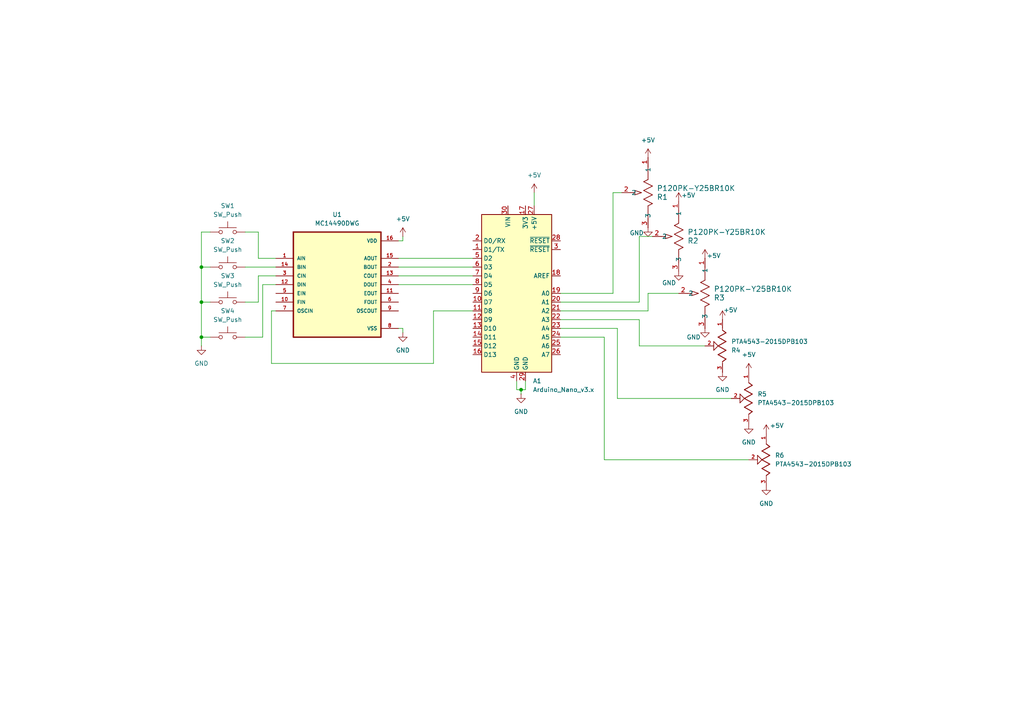
<source format=kicad_sch>
(kicad_sch (version 20250114) (generator "eeschema") (generator_version "9.0")
  (paper "A4")
  (lib_symbols
    (symbol "MC14490DWG:MC14490DWG" (pin_names (offset 1.016))
      (property "Reference" "U" (at -12.7 16.24 0))
      (property "Value" "MC14490DWG" (at -12.7 -19.24 0))
      (symbol "MC14490DWG_0_0"
        (rectangle (start -12.7 -15.24) (end 12.7 15.24) (stroke (width 0.41)) (fill (type background)))
        (pin input line (at -17.78 7.62 0) (length 5.08) (name "AIN") (number "1"))
        (pin input line (at -17.78 5.08 0) (length 5.08) (name "BIN") (number "14"))
        (pin input line (at -17.78 2.54 0) (length 5.08) (name "CIN") (number "3"))
        (pin input line (at -17.78 0 0) (length 5.08) (name "DIN") (number "12"))
        (pin input line (at -17.78 -2.54 0) (length 5.08) (name "EIN") (number "5"))
        (pin input line (at -17.78 -5.08 0) (length 5.08) (name "FIN") (number "10"))
        (pin input line (at -17.78 -7.62 0) (length 5.08) (name "OSCIN") (number "7"))
        (pin power_in line (at 17.78 12.7 180) (length 5.08) (name "VDD") (number "16"))
        (pin output line (at 17.78 7.62 180) (length 5.08) (name "AOUT") (number "15"))
        (pin output line (at 17.78 5.08 180) (length 5.08) (name "BOUT") (number "2"))
        (pin output line (at 17.78 2.54 180) (length 5.08) (name "COUT") (number "13"))
        (pin output line (at 17.78 0 180) (length 5.08) (name "DOUT") (number "4"))
        (pin output line (at 17.78 -2.54 180) (length 5.08) (name "EOUT") (number "11"))
        (pin output line (at 17.78 -5.08 180) (length 5.08) (name "FOUT") (number "6"))
        (pin output line (at 17.78 -7.62 180) (length 5.08) (name "OSCOUT") (number "9"))
        (pin power_in line (at 17.78 -12.7 180) (length 5.08) (name "VSS") (number "8"))
      )
    )
    (symbol "MCU_Module:Arduino_Nano_v3.x"
      (property "Reference" "A" (at -10.16 23.495 0))
      (property "Value" "Arduino_Nano_v3.x" (at 5.08 -24.13 0))
      (symbol "Arduino_Nano_v3.x_0_1"
        (rectangle (start -10.16 22.86) (end 10.16 -22.86) (stroke (width 0.254)) (fill (type background)))
      )
      (symbol "Arduino_Nano_v3.x_1_1"
        (pin bidirectional line (at -12.7 15.24 0) (length 2.54) (name "D0/RX") (number "2"))
        (pin bidirectional line (at -12.7 12.7 0) (length 2.54) (name "D1/TX") (number "1"))
        (pin bidirectional line (at -12.7 10.16 0) (length 2.54) (name "D2") (number "5"))
        (pin bidirectional line (at -12.7 7.62 0) (length 2.54) (name "D3") (number "6"))
        (pin bidirectional line (at -12.7 5.08 0) (length 2.54) (name "D4") (number "7"))
        (pin bidirectional line (at -12.7 2.54 0) (length 2.54) (name "D5") (number "8"))
        (pin bidirectional line (at -12.7 0 0) (length 2.54) (name "D6") (number "9"))
        (pin bidirectional line (at -12.7 -2.54 0) (length 2.54) (name "D7") (number "10"))
        (pin bidirectional line (at -12.7 -5.08 0) (length 2.54) (name "D8") (number "11"))
        (pin bidirectional line (at -12.7 -7.62 0) (length 2.54) (name "D9") (number "12"))
        (pin bidirectional line (at -12.7 -10.16 0) (length 2.54) (name "D10") (number "13"))
        (pin bidirectional line (at -12.7 -12.7 0) (length 2.54) (name "D11") (number "14"))
        (pin bidirectional line (at -12.7 -15.24 0) (length 2.54) (name "D12") (number "15"))
        (pin bidirectional line (at -12.7 -17.78 0) (length 2.54) (name "D13") (number "16"))
        (pin power_in line (at -2.54 25.4 270) (length 2.54) (name "VIN") (number "30"))
        (pin power_in line (at 0 -25.4 90) (length 2.54) (name "GND") (number "4"))
        (pin power_out line (at 2.54 25.4 270) (length 2.54) (name "3V3") (number "17"))
        (pin power_in line (at 2.54 -25.4 90) (length 2.54) (name "GND") (number "29"))
        (pin power_out line (at 5.08 25.4 270) (length 2.54) (name "+5V") (number "27"))
        (pin input line (at 12.7 15.24 180) (length 2.54) (name "~{RESET}") (number "28"))
        (pin input line (at 12.7 12.7 180) (length 2.54) (name "~{RESET}") (number "3"))
        (pin input line (at 12.7 5.08 180) (length 2.54) (name "AREF") (number "18"))
        (pin bidirectional line (at 12.7 0 180) (length 2.54) (name "A0") (number "19"))
        (pin bidirectional line (at 12.7 -2.54 180) (length 2.54) (name "A1") (number "20"))
        (pin bidirectional line (at 12.7 -5.08 180) (length 2.54) (name "A2") (number "21"))
        (pin bidirectional line (at 12.7 -7.62 180) (length 2.54) (name "A3") (number "22"))
        (pin bidirectional line (at 12.7 -10.16 180) (length 2.54) (name "A4") (number "23"))
        (pin bidirectional line (at 12.7 -12.7 180) (length 2.54) (name "A5") (number "24"))
        (pin bidirectional line (at 12.7 -15.24 180) (length 2.54) (name "A6") (number "25"))
        (pin bidirectional line (at 12.7 -17.78 180) (length 2.54) (name "A7") (number "26"))
      )
    )
    (symbol "POT_P120PK-x25_TTE:P120PK-Y25BR10K" (pin_names (offset 0.254))
      (property "Reference" "R" (at 10.795 -3.175 0))
      (property "Value" "P120PK-Y25BR10K" (at 10.795 -6.35 0))
      (symbol "P120PK-Y25BR10K_1_1"
        (polyline (pts (xy 2.54 0) (xy 6.35 0)) (stroke (width 0.2032)))
        (polyline (pts (xy 6.35 0) (xy 6.985 1.27)) (stroke (width 0.2032)))
        (polyline (pts (xy 6.985 1.27) (xy 8.255 -1.27)) (stroke (width 0.2032)))
        (polyline (pts (xy 8.255 -1.27) (xy 9.525 1.27)) (stroke (width 0.2032)))
        (polyline (pts (xy 9.525 3.81) (xy 10.16 1.905)) (stroke (width 0.2032)))
        (polyline (pts (xy 9.525 3.81) (xy 10.795 3.81)) (stroke (width 0.2032)))
        (polyline (pts (xy 9.525 1.27) (xy 10.795 -1.27)) (stroke (width 0.2032)))
        (polyline (pts (xy 10.16 3.81) (xy 10.16 5.08)) (stroke (width 0.2032)))
        (polyline (pts (xy 10.795 3.81) (xy 10.16 1.905)) (stroke (width 0.2032)))
        (polyline (pts (xy 10.795 -1.27) (xy 12.065 1.27)) (stroke (width 0.2032)))
        (polyline (pts (xy 12.065 1.27) (xy 13.335 -1.27)) (stroke (width 0.2032)))
        (polyline (pts (xy 13.335 -1.27) (xy 13.97 0)) (stroke (width 0.2032)))
        (polyline (pts (xy 13.97 0) (xy 17.78 0)) (stroke (width 0.2032)))
        (pin unspecified line (at 0 0 0) (length 2.54) (name "1") (number "1"))
        (pin unspecified line (at 10.16 7.62 270) (length 2.54) (name "2") (number "2"))
        (pin unspecified line (at 20.32 0 180) (length 2.54) (name "3") (number "3"))
      )
      (symbol "P120PK-Y25BR10K_1_2"
        (polyline (pts (xy -3.81 -9.525) (xy -1.905 -10.16)) (stroke (width 0.2032)))
        (polyline (pts (xy -3.81 -10.16) (xy -5.08 -10.16)) (stroke (width 0.2032)))
        (polyline (pts (xy -3.81 -10.795) (xy -3.81 -9.525)) (stroke (width 0.2032)))
        (polyline (pts (xy -3.81 -10.795) (xy -1.905 -10.16)) (stroke (width 0.2032)))
        (polyline (pts (xy -1.27 -8.255) (xy 1.27 -6.985)) (stroke (width 0.2032)))
        (polyline (pts (xy -1.27 -10.795) (xy 1.27 -9.525)) (stroke (width 0.2032)))
        (polyline (pts (xy -1.27 -13.335) (xy 1.27 -12.065)) (stroke (width 0.2032)))
        (polyline (pts (xy 0 -6.35) (xy 0 -2.54)) (stroke (width 0.2032)))
        (polyline (pts (xy 0 -13.97) (xy -1.27 -13.335)) (stroke (width 0.2032)))
        (polyline (pts (xy 0 -17.78) (xy 0 -13.97)) (stroke (width 0.2032)))
        (polyline (pts (xy 1.27 -6.985) (xy 0 -6.35)) (stroke (width 0.2032)))
        (polyline (pts (xy 1.27 -9.525) (xy -1.27 -8.255)) (stroke (width 0.2032)))
        (polyline (pts (xy 1.27 -12.065) (xy -1.27 -10.795)) (stroke (width 0.2032)))
        (pin unspecified line (at -7.62 -10.16 0) (length 2.54) (name "2") (number "2"))
        (pin unspecified line (at 0 0 270) (length 2.54) (name "1") (number "1"))
        (pin unspecified line (at 0 -20.32 90) (length 2.54) (name "3") (number "3"))
      )
    )
    (symbol "PTA4543-2015DPB103:PTA4543-2015DPB103" (pin_names (offset 1.016))
      (property "Reference" "R" (at -5.08 5.08 0))
      (property "Value" "PTA4543-2015DPB103" (at -5.08 2.54 0))
      (symbol "PTA4543-2015DPB103_0_0"
        (polyline (pts (xy -5.08 0) (xy -4.572 0)) (stroke (width 0.1524)))
        (polyline (pts (xy -4.572 0) (xy -3.81 1.016)) (stroke (width 0.254)))
        (polyline (pts (xy -3.81 1.016) (xy -2.54 -1.27)) (stroke (width 0.254)))
        (polyline (pts (xy -2.54 -1.27) (xy -1.27 1.016)) (stroke (width 0.254)))
        (polyline (pts (xy -1.27 1.016) (xy 0 -1.27)) (stroke (width 0.254)))
        (polyline (pts (xy -1.27 -2.54) (xy 0 -1.27)) (stroke (width 0.2032)))
        (polyline (pts (xy 0 -1.27) (xy 1.27 1.016)) (stroke (width 0.254)))
        (polyline (pts (xy 0 -1.27) (xy 1.27 -2.54)) (stroke (width 0.2032)))
        (polyline (pts (xy 1.27 1.016) (xy 2.54 -1.27)) (stroke (width 0.254)))
        (polyline (pts (xy 1.27 -2.54) (xy -1.27 -2.54)) (stroke (width 0.2032)))
        (polyline (pts (xy 2.54 -1.27) (xy 3.81 1.016)) (stroke (width 0.254)))
        (polyline (pts (xy 3.81 1.016) (xy 4.572 0)) (stroke (width 0.254)))
        (polyline (pts (xy 4.572 0) (xy 5.08 0)) (stroke (width 0.1524)))
        (pin passive line (at -7.62 0 0) (length 2.54) (name "~") (number "1"))
        (pin passive line (at 0 -5.08 90) (length 2.54) (name "~") (number "2"))
        (pin passive line (at 7.62 0 180) (length 2.54) (name "~") (number "3"))
      )
    )
    (symbol "Switch:SW_Push" (pin_numbers (hide yes)) (pin_names (offset 1.016) (hide yes))
      (property "Reference" "SW" (at 1.27 2.54 0))
      (property "Value" "SW_Push" (at 0 -1.524 0))
      (symbol "SW_Push_0_1"
        (circle (center -2.032 0) (radius 0.508))
        (polyline (pts (xy 0 1.27) (xy 0 3.048)))
        (circle (center 2.032 0) (radius 0.508))
        (polyline (pts (xy 2.54 1.27) (xy -2.54 1.27)))
        (pin passive line (at -5.08 0 0) (length 2.54) (name "1") (number "1"))
        (pin passive line (at 5.08 0 180) (length 2.54) (name "2") (number "2"))
      )
    )
    (symbol "power:+5V" (power) (pin_numbers (hide yes)) (pin_names (offset 0) (hide yes))
      (property "Value" "+5V" (at 0 3.556 0))
      (symbol "+5V_0_1"
        (polyline (pts (xy -0.762 1.27) (xy 0 2.54)))
        (polyline (pts (xy 0 2.54) (xy 0.762 1.27)))
        (polyline (pts (xy 0 0) (xy 0 2.54)))
      )
      (symbol "+5V_1_1"
        (pin power_in line (at 0 0 90) (length 0) (name "~") (number "1"))
      )
    )
    (symbol "power:GND" (power) (pin_numbers (hide yes)) (pin_names (offset 0) (hide yes))
      (property "Value" "GND" (at 0 -3.81 0))
      (symbol "GND_0_1"
        (polyline (pts (xy 0 0) (xy 0 -1.27) (xy 1.27 -1.27) (xy 0 -2.54) (xy -1.27 -1.27) (xy 0 -1.27)))
      )
      (symbol "GND_1_1"
        (pin power_in line (at 0 0 270) (length 0) (name "~") (number "1"))
      )
    )
  )
  (junction (at 58.42 77.47))
  (junction (at 58.42 87.63))
  (junction (at 151.13 113.03))
  (junction (at 58.42 97.79))
  (wire (pts (xy 179.07 95.25) (xy 179.07 115.57)))
  (wire (pts (xy 185.42 87.63) (xy 185.42 68.58)))
  (wire (pts (xy 58.42 97.79) (xy 58.42 87.63)))
  (wire (pts (xy 185.42 100.33) (xy 204.47 100.33)))
  (wire (pts (xy 74.93 87.63) (xy 74.93 80.01)))
  (wire (pts (xy 162.56 87.63) (xy 185.42 87.63)))
  (wire (pts (xy 71.12 87.63) (xy 74.93 87.63)))
  (wire (pts (xy 76.2 82.55) (xy 76.2 97.79)))
  (wire (pts (xy 151.13 113.03) (xy 152.4 113.03)))
  (wire (pts (xy 162.56 95.25) (xy 179.07 95.25)))
  (wire (pts (xy 116.84 68.58) (xy 116.84 69.85)))
  (wire (pts (xy 58.42 100.33) (xy 58.42 97.79)))
  (wire (pts (xy 71.12 67.31) (xy 74.93 67.31)))
  (wire (pts (xy 175.26 133.35) (xy 217.17 133.35)))
  (wire (pts (xy 58.42 87.63) (xy 58.42 77.47)))
  (wire (pts (xy 177.8 55.88) (xy 177.8 85.09)))
  (wire (pts (xy 125.73 105.41) (xy 125.73 90.17)))
  (wire (pts (xy 115.57 95.25) (xy 116.84 95.25)))
  (wire (pts (xy 151.13 113.03) (xy 151.13 114.3)))
  (wire (pts (xy 58.42 67.31) (xy 60.96 67.31)))
  (wire (pts (xy 149.86 113.03) (xy 151.13 113.03)))
  (wire (pts (xy 78.74 90.17) (xy 78.74 105.41)))
  (wire (pts (xy 78.74 90.17) (xy 80.01 90.17)))
  (wire (pts (xy 115.57 80.01) (xy 137.16 80.01)))
  (wire (pts (xy 162.56 90.17) (xy 187.96 90.17)))
  (wire (pts (xy 58.42 77.47) (xy 58.42 67.31)))
  (wire (pts (xy 187.96 85.09) (xy 187.96 90.17)))
  (wire (pts (xy 71.12 77.47) (xy 80.01 77.47)))
  (wire (pts (xy 74.93 80.01) (xy 80.01 80.01)))
  (wire (pts (xy 76.2 97.79) (xy 71.12 97.79)))
  (wire (pts (xy 74.93 74.93) (xy 80.01 74.93)))
  (wire (pts (xy 74.93 67.31) (xy 74.93 74.93)))
  (wire (pts (xy 78.74 105.41) (xy 125.73 105.41)))
  (wire (pts (xy 125.73 90.17) (xy 137.16 90.17)))
  (wire (pts (xy 185.42 68.58) (xy 189.23 68.58)))
  (wire (pts (xy 152.4 113.03) (xy 152.4 110.49)))
  (wire (pts (xy 149.86 110.49) (xy 149.86 113.03)))
  (wire (pts (xy 116.84 95.25) (xy 116.84 96.52)))
  (wire (pts (xy 58.42 77.47) (xy 60.96 77.47)))
  (wire (pts (xy 115.57 69.85) (xy 116.84 69.85)))
  (wire (pts (xy 179.07 115.57) (xy 212.09 115.57)))
  (wire (pts (xy 115.57 74.93) (xy 137.16 74.93)))
  (wire (pts (xy 58.42 87.63) (xy 60.96 87.63)))
  (wire (pts (xy 162.56 85.09) (xy 177.8 85.09)))
  (wire (pts (xy 154.94 55.88) (xy 154.94 59.69)))
  (wire (pts (xy 58.42 97.79) (xy 60.96 97.79)))
  (wire (pts (xy 115.57 82.55) (xy 137.16 82.55)))
  (wire (pts (xy 162.56 92.71) (xy 185.42 92.71)))
  (wire (pts (xy 185.42 92.71) (xy 185.42 100.33)))
  (wire (pts (xy 80.01 82.55) (xy 76.2 82.55)))
  (wire (pts (xy 180.34 55.88) (xy 177.8 55.88)))
  (wire (pts (xy 162.56 97.79) (xy 175.26 97.79)))
  (wire (pts (xy 115.57 77.47) (xy 137.16 77.47)))
  (wire (pts (xy 196.85 85.09) (xy 187.96 85.09)))
  (wire (pts (xy 175.26 97.79) (xy 175.26 133.35)))
  (symbol (lib_id "Switch:SW_Push") (at 66.04 97.79 0) (unit 1)
    (property "Reference" "SW4" (at 66.04 90.17 0))
    (property "Value" "SW_Push" (at 66.04 92.71 0))
    (property "Footprint" "Switch_Keyboard_Cherry_MX:SW_Cherry_MX_PCB_1.00u" (effects (hide yes)))
    (property "Description" "Push button switch, generic, two pins" (effects (hide yes)))
  )
  (symbol (lib_id "PTA4543-2015DPB103:PTA4543-2015DPB103") (at 217.17 115.57 270) (unit 1)
    (property "Reference" "R5" (at 219.71 114.2999 90) (effects (justify left)))
    (property "Value" "PTA4543-2015DPB103" (at 219.71 116.8399 90) (effects (justify left)))
    (property "Footprint" "PTA4543-2015DPB103:TRIM_PTA4543-2015DPB103" (effects (hide yes)))
    (property "PARTREV" "04/21" (effects (hide yes)))
    (property "SNAPEDA_PN" "PTA4543-2015DPB103" (effects (hide yes)))
    (property "MANUFACTURER" "Bourns" (effects (hide yes)))
    (property "MAXIMUM_PACKAGE_HEIGHT" "21.5 mm" (effects (hide yes)))
    (property "STANDARD" "Manufacturer Recommendations" (effects (hide yes)))
  )
  (symbol (lib_id "power:+5V") (at 116.84 68.58 0) (unit 1)
    (property "Reference" "#PWR05" (effects (hide yes)))
    (property "Value" "+5V" (at 116.84 63.5 0))
    (property "Description" "Power symbol creates a global label with name \"+5V\"" (effects (hide yes)))
  )
  (symbol (lib_id "POT_P120PK-x25_TTE:P120PK-Y25BR10K") (at 187.96 45.72 90) (mirror x) (unit 1)
    (property "Reference" "R1" (at 190.5 57.1501 90) (effects (font (size 1.524 1.524)) (justify right)))
    (property "Value" "P120PK-Y25BR10K" (at 190.5 54.6101 90) (effects (font (size 1.524 1.524)) (justify right)))
    (property "Footprint" "POT_P120PK-x25_TTE:POT_P120PK-x25_TTE" (effects (hide yes)))
    (property "Datasheet" "P120PK-Y25BR10K" (effects (hide yes)))
  )
  (symbol (lib_id "MC14490DWG:MC14490DWG") (at 97.79 82.55 0) (unit 1)
    (property "Reference" "U1" (at 97.79 62.23 0))
    (property "Value" "MC14490DWG" (at 97.79 64.77 0))
    (property "Footprint" "MC14490DWG:SOIC127P1030X265-16N" (effects (hide yes)))
  )
  (symbol (lib_id "PTA4543-2015DPB103:PTA4543-2015DPB103") (at 222.25 133.35 270) (unit 1)
    (property "Reference" "R6" (at 224.79 132.0799 90) (effects (justify left)))
    (property "Value" "PTA4543-2015DPB103" (at 224.79 134.6199 90) (effects (justify left)))
    (property "Footprint" "PTA4543-2015DPB103:TRIM_PTA4543-2015DPB103" (effects (hide yes)))
    (property "PARTREV" "04/21" (effects (hide yes)))
    (property "SNAPEDA_PN" "PTA4543-2015DPB103" (effects (hide yes)))
    (property "MANUFACTURER" "Bourns" (effects (hide yes)))
    (property "MAXIMUM_PACKAGE_HEIGHT" "21.5 mm" (effects (hide yes)))
    (property "STANDARD" "Manufacturer Recommendations" (effects (hide yes)))
  )
  (symbol (lib_id "power:+5V") (at 222.25 125.73 0) (unit 1)
    (property "Reference" "#PWR016" (effects (hide yes)))
    (property "Value" "+5V" (at 225.298 123.444 0))
    (property "Description" "Power symbol creates a global label with name \"+5V\"" (effects (hide yes)))
  )
  (symbol (lib_id "Switch:SW_Push") (at 66.04 67.31 0) (unit 1)
    (property "Reference" "SW1" (at 66.04 59.69 0))
    (property "Value" "SW_Push" (at 66.04 62.23 0))
    (property "Footprint" "Switch_Keyboard_Cherry_MX:SW_Cherry_MX_PCB_1.00u" (effects (hide yes)))
    (property "Description" "Push button switch, generic, two pins" (effects (hide yes)))
  )
  (symbol (lib_id "power:+5V") (at 209.55 92.71 0) (unit 1)
    (property "Reference" "#PWR08" (effects (hide yes)))
    (property "Value" "+5V" (at 211.836 89.916 0))
    (property "Description" "Power symbol creates a global label with name \"+5V\"" (effects (hide yes)))
  )
  (symbol (lib_id "POT_P120PK-x25_TTE:P120PK-Y25BR10K") (at 204.47 74.93 90) (mirror x) (unit 1)
    (property "Reference" "R3" (at 207.01 86.3601 90) (effects (font (size 1.524 1.524)) (justify right)))
    (property "Value" "P120PK-Y25BR10K" (at 207.01 83.8201 90) (effects (font (size 1.524 1.524)) (justify right)))
    (property "Footprint" "POT_P120PK-x25_TTE:POT_P120PK-x25_TTE" (effects (hide yes)))
    (property "Datasheet" "P120PK-Y25BR10K" (effects (hide yes)))
  )
  (symbol (lib_id "Switch:SW_Push") (at 66.04 77.47 0) (unit 1)
    (property "Reference" "SW2" (at 66.04 69.85 0))
    (property "Value" "SW_Push" (at 66.04 72.39 0))
    (property "Footprint" "Switch_Keyboard_Cherry_MX:SW_Cherry_MX_PCB_1.00u" (effects (hide yes)))
    (property "Description" "Push button switch, generic, two pins" (effects (hide yes)))
  )
  (symbol (lib_id "Switch:SW_Push") (at 66.04 87.63 0) (unit 1)
    (property "Reference" "SW3" (at 66.04 80.01 0))
    (property "Value" "SW_Push" (at 66.04 82.55 0))
    (property "Footprint" "Switch_Keyboard_Cherry_MX:SW_Cherry_MX_PCB_1.00u" (effects (hide yes)))
    (property "Description" "Push button switch, generic, two pins" (effects (hide yes)))
  )
  (symbol (lib_id "power:GND") (at 151.13 114.3 0) (unit 1)
    (property "Reference" "#PWR014" (effects (hide yes)))
    (property "Value" "GND" (at 151.13 119.38 0))
    (property "Description" "Power symbol creates a global label with name \"GND\" , ground" (effects (hide yes)))
  )
  (symbol (lib_id "power:GND") (at 196.85 78.74 0) (unit 1)
    (property "Reference" "#PWR07" (effects (hide yes)))
    (property "Value" "GND" (at 194.056 82.042 0))
    (property "Description" "Power symbol creates a global label with name \"GND\" , ground" (effects (hide yes)))
  )
  (symbol (lib_id "power:GND") (at 209.55 107.95 0) (unit 1)
    (property "Reference" "#PWR012" (effects (hide yes)))
    (property "Value" "GND" (at 209.55 113.03 0))
    (property "Description" "Power symbol creates a global label with name \"GND\" , ground" (effects (hide yes)))
  )
  (symbol (lib_id "power:+5V") (at 196.85 58.42 0) (unit 1)
    (property "Reference" "#PWR03" (effects (hide yes)))
    (property "Value" "+5V" (at 199.644 56.642 0))
    (property "Description" "Power symbol creates a global label with name \"+5V\"" (effects (hide yes)))
  )
  (symbol (lib_id "MCU_Module:Arduino_Nano_v3.x") (at 149.86 85.09 0) (unit 1)
    (property "Reference" "A1" (at 154.5433 110.49 0) (effects (justify left)))
    (property "Value" "Arduino_Nano_v3.x" (at 154.5433 113.03 0) (effects (justify left)))
    (property "Footprint" "Module:Arduino_Nano" (effects (hide yes)))
    (property "Datasheet" "http://www.mouser.com/pdfdocs/Gravitech_Arduino_Nano3_0.pdf" (effects (hide yes)))
    (property "Description" "Arduino Nano v3.x" (effects (hide yes)))
  )
  (symbol (lib_id "power:GND") (at 217.17 123.19 0) (unit 1)
    (property "Reference" "#PWR015" (effects (hide yes)))
    (property "Value" "GND" (at 217.17 128.27 0))
    (property "Description" "Power symbol creates a global label with name \"GND\" , ground" (effects (hide yes)))
  )
  (symbol (lib_id "POT_P120PK-x25_TTE:P120PK-Y25BR10K") (at 196.85 58.42 90) (mirror x) (unit 1)
    (property "Reference" "R2" (at 199.39 69.8501 90) (effects (font (size 1.524 1.524)) (justify right)))
    (property "Value" "P120PK-Y25BR10K" (at 199.39 67.3101 90) (effects (font (size 1.524 1.524)) (justify right)))
    (property "Footprint" "POT_P120PK-x25_TTE:POT_P120PK-x25_TTE" (effects (hide yes)))
    (property "Datasheet" "P120PK-Y25BR10K" (effects (hide yes)))
  )
  (symbol (lib_id "power:GND") (at 116.84 96.52 0) (unit 1)
    (property "Reference" "#PWR010" (effects (hide yes)))
    (property "Value" "GND" (at 116.84 101.6 0))
    (property "Description" "Power symbol creates a global label with name \"GND\" , ground" (effects (hide yes)))
  )
  (symbol (lib_id "power:+5V") (at 187.96 45.72 0) (unit 1)
    (property "Reference" "#PWR01" (effects (hide yes)))
    (property "Value" "+5V" (at 187.96 40.64 0))
    (property "Description" "Power symbol creates a global label with name \"+5V\"" (effects (hide yes)))
  )
  (symbol (lib_id "power:+5V") (at 217.17 107.95 0) (unit 1)
    (property "Reference" "#PWR013" (effects (hide yes)))
    (property "Value" "+5V" (at 217.17 102.87 0))
    (property "Description" "Power symbol creates a global label with name \"+5V\"" (effects (hide yes)))
  )
  (symbol (lib_id "PTA4543-2015DPB103:PTA4543-2015DPB103") (at 209.55 100.33 270) (unit 1)
    (property "Reference" "R4" (at 212.09 101.6001 90) (effects (justify left)))
    (property "Value" "PTA4543-2015DPB103" (at 212.09 99.0601 90) (effects (justify left)))
    (property "Footprint" "PTA4543-2015DPB103:TRIM_PTA4543-2015DPB103" (effects (hide yes)))
    (property "PARTREV" "04/21" (effects (hide yes)))
    (property "SNAPEDA_PN" "PTA4543-2015DPB103" (effects (hide yes)))
    (property "MANUFACTURER" "Bourns" (effects (hide yes)))
    (property "MAXIMUM_PACKAGE_HEIGHT" "21.5 mm" (effects (hide yes)))
    (property "STANDARD" "Manufacturer Recommendations" (effects (hide yes)))
  )
  (symbol (lib_id "power:GND") (at 187.96 66.04 0) (unit 1)
    (property "Reference" "#PWR04" (effects (hide yes)))
    (property "Value" "GND" (at 184.658 67.564 0))
    (property "Description" "Power symbol creates a global label with name \"GND\" , ground" (effects (hide yes)))
  )
  (symbol (lib_id "power:GND") (at 222.25 140.97 0) (unit 1)
    (property "Reference" "#PWR017" (effects (hide yes)))
    (property "Value" "GND" (at 222.25 146.05 0))
    (property "Description" "Power symbol creates a global label with name \"GND\" , ground" (effects (hide yes)))
  )
  (symbol (lib_id "power:GND") (at 204.47 95.25 0) (unit 1)
    (property "Reference" "#PWR09" (effects (hide yes)))
    (property "Value" "GND" (at 201.168 97.79 0))
    (property "Description" "Power symbol creates a global label with name \"GND\" , ground" (effects (hide yes)))
  )
  (symbol (lib_id "power:GND") (at 58.42 100.33 0) (unit 1)
    (property "Reference" "#PWR011" (effects (hide yes)))
    (property "Value" "GND" (at 58.42 105.41 0))
    (property "Description" "Power symbol creates a global label with name \"GND\" , ground" (effects (hide yes)))
  )
  (symbol (lib_id "power:+5V") (at 154.94 55.88 0) (unit 1)
    (property "Reference" "#PWR02" (effects (hide yes)))
    (property "Value" "+5V" (at 154.94 50.8 0))
    (property "Description" "Power symbol creates a global label with name \"+5V\"" (effects (hide yes)))
  )
  (symbol (lib_id "power:+5V") (at 204.47 74.93 0) (unit 1)
    (property "Reference" "#PWR06" (effects (hide yes)))
    (property "Value" "+5V" (at 207.01 74.168 0))
    (property "Description" "Power symbol creates a global label with name \"+5V\"" (effects (hide yes)))
  )
)
</source>
